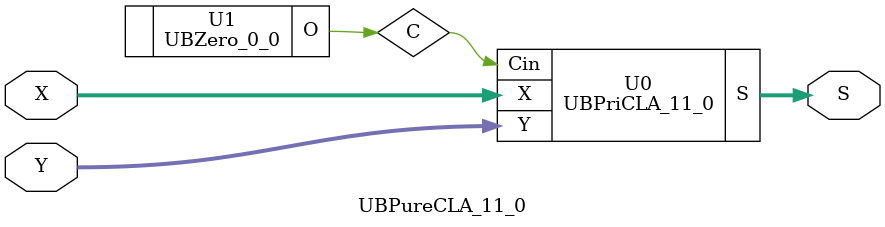
<source format=v>
/*----------------------------------------------------------------------------
  Copyright (c) 2021 Homma laboratory. All rights reserved.

  Top module: UBCLA_11_0_11_0

  Operand-1 length: 12
  Operand-2 length: 12
  Two-operand addition algorithm: Carry look-ahead adder
----------------------------------------------------------------------------*/

module GPGenerator(Go, Po, A, B);
  output Go;
  output Po;
  input A;
  input B;
  assign Go = A & B;
  assign Po = A ^ B;
endmodule

module CLAUnit_12(C, G, P, Cin);
  output [12:1] C;
  input Cin;
  input [11:0] G;
  input [11:0] P;
  assign C[1] = G[0] | ( P[0] & Cin );
  assign C[2] = G[1] | ( P[1] & G[0] ) | ( P[1] & P[0] & Cin );
  assign C[3] = G[2] | ( P[2] & G[1] ) | ( P[2] & P[1] & G[0] ) | ( P[2] & P[1] & P[0] & Cin );
  assign C[4] = G[3] | ( P[3] & G[2] ) | ( P[3] & P[2] & G[1] ) | ( P[3] & P[2] & P[1] & G[0] ) | ( P[3] & P[2] & P[1] & P[0] & Cin );
  assign C[5] = G[4] | ( P[4] & G[3] ) | ( P[4] & P[3] & G[2] ) | ( P[4] & P[3] & P[2] & G[1] ) | ( P[4] & P[3] & P[2] & P[1] & G[0] ) | ( P[4] & P[3] & P[2] & P[1] & P[0] & Cin );
  assign C[6] = G[5] | ( P[5] & G[4] ) | ( P[5] & P[4] & G[3] ) | ( P[5] & P[4] & P[3] & G[2] ) | ( P[5] & P[4] & P[3] & P[2] & G[1] ) | ( P[5] & P[4] & P[3] & P[2] & P[1] & G[0] ) | ( P[5] & P[4] & P[3]
 & P[2] & P[1] & P[0] & Cin );
  assign C[7] = G[6] | ( P[6] & G[5] ) | ( P[6] & P[5] & G[4] ) | ( P[6] & P[5] & P[4] & G[3] ) | ( P[6] & P[5] & P[4] & P[3] & G[2] ) | ( P[6] & P[5] & P[4] & P[3] & P[2] & G[1] ) | ( P[6] & P[5] & P[4]
 & P[3] & P[2] & P[1] & G[0] ) | ( P[6] & P[5] & P[4] & P[3] & P[2] & P[1] & P[0] & Cin );
  assign C[8] = G[7] | ( P[7] & G[6] ) | ( P[7] & P[6] & G[5] ) | ( P[7] & P[6] & P[5] & G[4] ) | ( P[7] & P[6] & P[5] & P[4] & G[3] ) | ( P[7] & P[6] & P[5] & P[4] & P[3] & G[2] ) | ( P[7] & P[6] & P[5]
 & P[4] & P[3] & P[2] & G[1] ) | ( P[7] & P[6] & P[5] & P[4] & P[3] & P[2] & P[1] & G[0] ) | ( P[7] & P[6] & P[5] & P[4] & P[3] & P[2] & P[1] & P[0] & Cin );
  assign C[9] = G[8] | ( P[8] & G[7] ) | ( P[8] & P[7] & G[6] ) | ( P[8] & P[7] & P[6] & G[5] ) | ( P[8] & P[7] & P[6] & P[5] & G[4] ) | ( P[8] & P[7] & P[6] & P[5] & P[4] & G[3] ) | ( P[8] & P[7] & P[6]
 & P[5] & P[4] & P[3] & G[2] ) | ( P[8] & P[7] & P[6] & P[5] & P[4] & P[3] & P[2] & G[1] ) | ( P[8] & P[7] & P[6] & P[5] & P[4] & P[3] & P[2] & P[1] & G[0] ) | ( P[8] & P[7] & P[6] & P[5] & P[4] & P[3]
 & P[2] & P[1] & P[0] & Cin );
  assign C[10] = G[9] | ( P[9] & G[8] ) | ( P[9] & P[8] & G[7] ) | ( P[9] & P[8] & P[7] & G[6] ) | ( P[9] & P[8] & P[7] & P[6] & G[5] ) | ( P[9] & P[8] & P[7] & P[6] & P[5] & G[4] ) | ( P[9] & P[8] & P[7]
 & P[6] & P[5] & P[4] & G[3] ) | ( P[9] & P[8] & P[7] & P[6] & P[5] & P[4] & P[3] & G[2] ) | ( P[9] & P[8] & P[7] & P[6] & P[5] & P[4] & P[3] & P[2] & G[1] ) | ( P[9] & P[8] & P[7] & P[6] & P[5] & P[4]
 & P[3] & P[2] & P[1] & G[0] ) | ( P[9] & P[8] & P[7] & P[6] & P[5] & P[4] & P[3] & P[2] & P[1] & P[0] & Cin );
  assign C[11] = G[10] | ( P[10] & G[9] ) | ( P[10] & P[9] & G[8] ) | ( P[10] & P[9] & P[8] & G[7] ) | ( P[10] & P[9] & P[8] & P[7] & G[6] ) | ( P[10] & P[9] & P[8] & P[7] & P[6] & G[5] ) | ( P[10] & P[9]
 & P[8] & P[7] & P[6] & P[5] & G[4] ) | ( P[10] & P[9] & P[8] & P[7] & P[6] & P[5] & P[4] & G[3] ) | ( P[10] & P[9] & P[8] & P[7] & P[6] & P[5] & P[4] & P[3] & G[2] ) | ( P[10] & P[9] & P[8] & P[7] & P[6]
 & P[5] & P[4] & P[3] & P[2] & G[1] ) | ( P[10] & P[9] & P[8] & P[7] & P[6] & P[5] & P[4] & P[3] & P[2] & P[1] & G[0] ) | ( P[10] & P[9] & P[8] & P[7] & P[6] & P[5] & P[4] & P[3] & P[2] & P[1] & P[0] &
 Cin );
  assign C[12] = G[11] | ( P[11] & G[10] ) | ( P[11] & P[10] & G[9] ) | ( P[11] & P[10] & P[9] & G[8] ) | ( P[11] & P[10] & P[9] & P[8] & G[7] ) | ( P[11] & P[10] & P[9] & P[8] & P[7] & G[6] ) | ( P[11]
 & P[10] & P[9] & P[8] & P[7] & P[6] & G[5] ) | ( P[11] & P[10] & P[9] & P[8] & P[7] & P[6] & P[5] & G[4] ) | ( P[11] & P[10] & P[9] & P[8] & P[7] & P[6] & P[5] & P[4] & G[3] ) | ( P[11] & P[10] & P[9]
 & P[8] & P[7] & P[6] & P[5] & P[4] & P[3] & G[2] ) | ( P[11] & P[10] & P[9] & P[8] & P[7] & P[6] & P[5] & P[4] & P[3] & P[2] & G[1] ) | ( P[11] & P[10] & P[9] & P[8] & P[7] & P[6] & P[5] & P[4] & P[3]
 & P[2] & P[1] & G[0] ) | ( P[11] & P[10] & P[9] & P[8] & P[7] & P[6] & P[5] & P[4] & P[3] & P[2] & P[1] & P[0] & Cin );
endmodule

module UBPriCLA_11_0(S, X, Y, Cin);
  output [12:0] S;
  input Cin;
  input [11:0] X;
  input [11:0] Y;
  wire [12:1] C;
  wire [11:0] G;
  wire [11:0] P;
  assign S[0] = Cin ^ P[0];
  assign S[1] = C[1] ^ P[1];
  assign S[2] = C[2] ^ P[2];
  assign S[3] = C[3] ^ P[3];
  assign S[4] = C[4] ^ P[4];
  assign S[5] = C[5] ^ P[5];
  assign S[6] = C[6] ^ P[6];
  assign S[7] = C[7] ^ P[7];
  assign S[8] = C[8] ^ P[8];
  assign S[9] = C[9] ^ P[9];
  assign S[10] = C[10] ^ P[10];
  assign S[11] = C[11] ^ P[11];
  assign S[12] = C[12];
  GPGenerator U0 (G[0], P[0], X[0], Y[0]);
  GPGenerator U1 (G[1], P[1], X[1], Y[1]);
  GPGenerator U2 (G[2], P[2], X[2], Y[2]);
  GPGenerator U3 (G[3], P[3], X[3], Y[3]);
  GPGenerator U4 (G[4], P[4], X[4], Y[4]);
  GPGenerator U5 (G[5], P[5], X[5], Y[5]);
  GPGenerator U6 (G[6], P[6], X[6], Y[6]);
  GPGenerator U7 (G[7], P[7], X[7], Y[7]);
  GPGenerator U8 (G[8], P[8], X[8], Y[8]);
  GPGenerator U9 (G[9], P[9], X[9], Y[9]);
  GPGenerator U10 (G[10], P[10], X[10], Y[10]);
  GPGenerator U11 (G[11], P[11], X[11], Y[11]);
  CLAUnit_12 U12 (C, G, P, Cin);
endmodule

module UBZero_0_0(O);
  output [0:0] O;
  assign O[0] = 0;
endmodule

module UBCLA_11_0_11_0 (S, X, Y);
  output [12:0] S;
  input [11:0] X;
  input [11:0] Y;
  UBPureCLA_11_0 U0 (S[12:0], X[11:0], Y[11:0]);
endmodule

module UBPureCLA_11_0 (S, X, Y);
  output [12:0] S;
  input [11:0] X;
  input [11:0] Y;
  wire C;
  UBPriCLA_11_0 U0 (S, X, Y, C);
  UBZero_0_0 U1 (C);
endmodule


</source>
